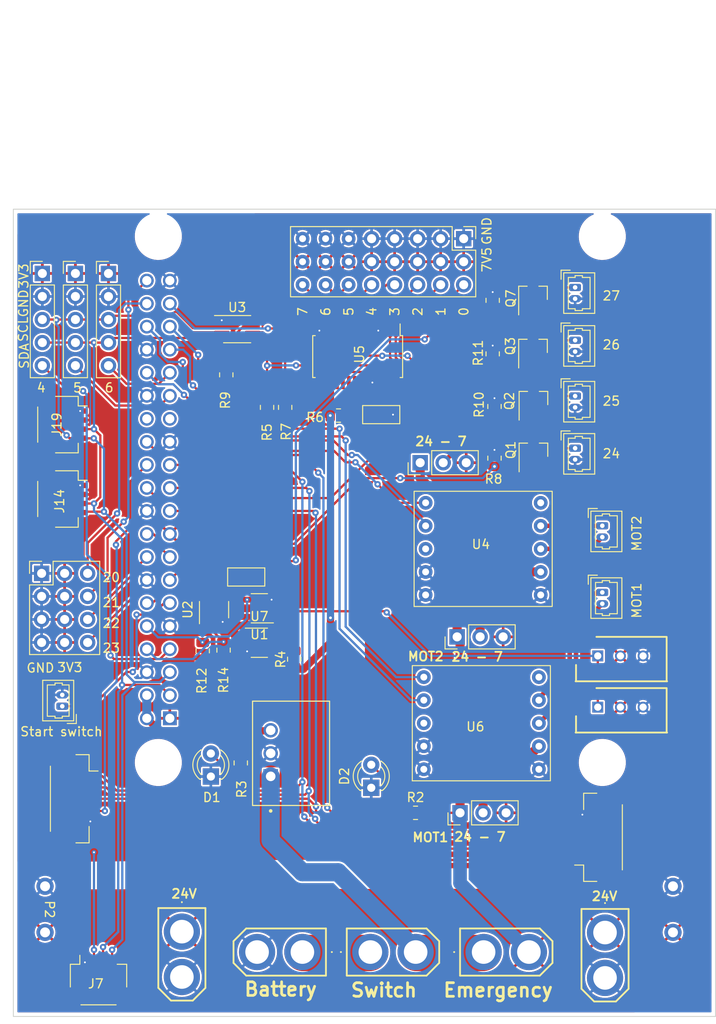
<source format=kicad_pcb>
(kicad_pcb (version 20221018) (generator pcbnew)
  (layers (0 "F.Cu" signal) (31 "B.Cu" signal) (34 "B.Paste" user) (35 "F.Paste" user) (36 "B.SilkS" user "B.Silkscreen") (37 "F.SilkS" user "F.Silkscreen") (38 "B.Mask" user) (39 "F.Mask" user) (44 "Edge.Cuts" user))
  (net 0 "")
  (net 1 "+5V")
  (net 2 "Net-(U5-LED0)")
  (net 3 "Net-(U5-LED1)")
  (net 4 "/SPI0 MOSI")
  (net 5 "/SPI0 MISO")
  (net 6 "/UART_TX")
  (net 7 "/GPIO 17")
  (net 8 "Net-(U5-LED2)")
  (net 9 "Net-(U5-LED3)")
  (net 10 "Net-(U5-LED4)")
  (net 11 "/GPIO 24")
  (net 12 "Net-(U5-LED5)")
  (net 13 "Net-(U5-LED6)")
  (net 14 "Net-(U5-LED7)")
  (net 15 "/GPIO 25")
  (net 16 "Net-(D2-A)")
  (net 17 "/GPIO 20")
  (net 18 "/GPIO 21")
  (net 19 "/GPIO 13")
  (net 20 "/GPIO 19")
  (net 21 "GND")
  (net 22 "/SPI0 CLK")
  (net 23 "+24V")
  (net 26 "/SPI0_CS0")
  (net 27 "/SPI0_CS1")
  (net 28 "+3.3V")
  (net 29 "/GPIO 27")
  (net 30 "/Servo DIR")
  (net 31 "Net-(J2-Pin_2)")
  (net 32 "Net-(J15-Pin_1)")
  (net 33 "Net-(D1-A)")
  (net 34 "Net-(J8-Pin_1)")
  (net 35 "Net-(J8-Pin_2)")
  (net 36 "Net-(J10-Pin_1)")
  (net 37 "/GPIO 22")
  (net 38 "/GPIO 23")
  (net 39 "/GPIO 4")
  (net 40 "/UART_HalfDuplex")
  (net 41 "/GPIO 5")
  (net 42 "/GPIO 6")
  (net 43 "/GPIO 12")
  (net 44 "/GPIO 26")
  (net 45 "/GPIO 16")
  (net 46 "Net-(J10-Pin_2)")
  (net 47 "/A0")
  (net 48 "Net-(J16-Pin_1)")
  (net 49 "Net-(J17-Pin_2)")
  (net 50 "Net-(J18-Pin_2)")
  (net 51 "/I2C SDA")
  (net 52 "/I2C SCL")
  (net 53 "Net-(U3-SDA2)")
  (net 54 "/UART_RX")
  (net 55 "+7.5V")
  (net 56 "Net-(U3-SCL2)")
  (net 57 "Net-(U3-EN)")
  (net 70 "VCCQ")
  (net 71 "Net-(J12-Pin_1)")
  (net 72 "Net-(J13-Pin_1)")
  (net 73 "/TX_EN")
  (net 74 "Net-(JP1-A)")
  (net 75 "Net-(JP2-A)")
  (net 76 "Net-(J2-Pin_1)")
  (footprint "MiAM:XT30UM" (layer "F.Cu") (at 121.4 139.9)
    (fp_text reference "J4" hide)
    (fp_text value "Conn_01x02_Male" hide)
  )
  (footprint "Connector_Molex:Molex_PicoBlade_53047-0210_1x02_P1.25mm_Vertical" (layer "F.Cu") (at 131.5 84.35 -90)
    (fp_text reference "J13" hide)
    (fp_text value "Conn_01x02_Male")
  )
  (footprint "MiAM:MODULE_RASPBERRY_PI_B+" (layer "F.Cu") (at 110 80 90)
    (fp_text reference "J1" hide)
    (fp_text value "PI40HAT")
  )
  (footprint "MiAM:XT30UM" (layer "F.Cu") (at 101.4 139.9 180)
    (fp_text reference "J3" hide)
    (fp_text value "Conn_01x02_Male" hide)
  )
  (footprint "MiAM:CONV_R-78Bxx-2.0" (layer "F.Cu") (at 97.9 120.53 90)
    (fp_text reference "P1" hide)
    (fp_text value "R-78Bxx-2.0" hide)
  )
  (footprint "Package_SO:TSSOP-28_4.4x9.7mm_P0.65mm" (layer "F.Cu") (at 107.5 74.25 -90)
    (fp_text reference "U5")
    (fp_text value "PCA9685PW")
  )
  (footprint "MiAM:Pin_Header_Straight_3x04_Pitch2.54mm" (layer "F.Cu") (at 72.62 98.15)
    (fp_text reference "C4" hide)
    (fp_text value "Conn_03x04")
  )
  (footprint "MiAM:PololuMAX14870" (layer "F.Cu") (at 113.73 101.8)
    (fp_text reference "U4")
    (fp_text value "Pololu_MAX14870")
  )
  (footprint "Resistor_SMD:R_0805_2012Metric" (layer "F.Cu") (at 105.3875 80.75 180)
    (fp_text reference "R6")
    (fp_text value "10k")
  )
  (footprint "Resistor_SMD:R_0805_2012Metric" (layer "F.Cu") (at 97.5 79.85 -90)
    (fp_text reference "R5")
    (fp_text value "5k")
  )
  (footprint "Package_TO_SOT_SMD:SOT-23-5_HandSoldering" (layer "F.Cu") (at 96.65 105.8)
    (fp_text reference "U7")
    (fp_text value "SN74AHCT1G126DBVR ")
  )
  (footprint "Connector_PinHeader_2.54mm:PinHeader_1x05_P2.54mm_Vertical" (layer "F.Cu") (at 80 65.09)
    (fp_text reference "J22" hide)
    (fp_text value "Conn_01x05")
  )
  (footprint "Connector_Molex:Molex_PicoBlade_53047-0210_1x02_P1.25mm_Vertical" (layer "F.Cu") (at 131.5 72.45 -90)
    (fp_text reference "J16" hide)
    (fp_text value "Conn_01x02_Male")
  )
  (footprint "MiAM:SHDR3W60P0X250_1X3_990X490X590P" (layer "F.Cu") (at 134 107.25 180)
    (fp_text reference "J9" hide)
    (fp_text value "22-03-5035" hide)
  )
  (footprint "Jumper:SolderJumper-3_P1.3mm_Bridged12_Pad1.0x1.5mm_NumberLabels" (layer "F.Cu") (at 110.1 80.65)
    (fp_text reference "JP2" hide)
    (fp_text value "SolderJumper_3_Bridged12")
  )
  (footprint "Resistor_SMD:R_0805_2012Metric" (layer "F.Cu") (at 94.6 119.05 90)
    (fp_text reference "R3")
    (fp_text value "R")
  )
  (footprint "Resistor_SMD:R_0805_2012Metric" (layer "F.Cu") (at 122.4 73.95 -90)
    (fp_text reference "R11")
    (fp_text value "10k")
  )
  (footprint "LED_THT:LED_D3.0mm" (layer "F.Cu") (at 109 121.79 90)
    (fp_text reference "D2")
    (fp_text value "LED")
  )
  (footprint "Resistor_SMD:R_0805_2012Metric" (layer "F.Cu") (at 122.6 79.75 -90)
    (fp_text reference "R10")
    (fp_text value "10k")
  )
  (footprint "Connector_Molex:Molex_PicoBlade_53047-0210_1x02_P1.25mm_Vertical" (layer "F.Cu") (at 131.5 78.6 -90)
    (fp_text reference "J15" hide)
    (fp_text value "Conn_01x02_Male")
  )
  (footprint "Connector_Molex:Molex_PicoBlade_53047-0210_1x02_P1.25mm_Vertical" (layer "F.Cu") (at 74.9 112.8 90)
    (fp_text reference "J24" hide)
    (fp_text value "Conn_01x02_Male")
  )
  (footprint "Connector_JST:JST_SH_SM04B-SRSS-TB_1x04-1MP_P1.00mm_Horizontal" (layer "F.Cu") (at 74.875 81.75 -90)
    (fp_text reference "J19")
    (fp_text value "Conn_01x04_Male")
  )
  (footprint "Package_TO_SOT_SMD:SOT-23-5_HandSoldering" (layer "F.Cu") (at 96.65 102 180)
    (fp_text reference "U1")
    (fp_text value "SN74LVC1G125DBVR ")
  )
  (footprint "Connector_JST:JST_SH_SM04B-SRSS-TB_1x04-1MP_P1.00mm_Horizontal" (layer "F.Cu") (at 78.9 143.034)
    (fp_text reference "J7")
    (fp_text value "Conn_01x04_Male")
  )
  (footprint "Connector_JST:JST_SH_SM04B-SRSS-TB_1x04-1MP_P1.00mm_Horizontal" (layer "F.Cu") (at 74.875 89.95 -90)
    (fp_text reference "J14")
    (fp_text value "Conn_01x04_Male")
  )
  (footprint "MiAM:XT30UM" (layer "F.Cu") (at 134.8 137.75 -90)
    (fp_text reference "J6" hide)
    (fp_text value "Conn_01x02_Male" hide)
  )
  (footprint "Package_TO_SOT_SMD:SOT-23-5_HandSoldering" (layer "F.Cu") (at 91.65 102.15 90)
    (fp_text reference "U2")
    (fp_text value "SN74LVC1G04DBVR ")
  )
  (footprint "MiAM:XT30UM" (layer "F.Cu") (at 108.9 139.9)
    (fp_text reference "J2" hide)
    (fp_text value "Conn_01x02_Male" hide)
  )
  (footprint "Package_TO_SOT_SMD:SOT-23_Handsoldering" (layer "F.Cu") (at 126.9 84.55 90)
    (fp_text reference "Q1")
    (fp_text value "NVTR4503NT1G")
  )
  (footprint "MiAM:XT30UM" (layer "F.Cu") (at 88.1 137.65 -90)
    (fp_text reference "J5" hide)
    (fp_text value "Conn_01x02_Male" hide)
  )
  (footprint "Package_TO_SOT_SMD:SOT-23_Handsoldering" (layer "F.Cu") (at 126.9 78.85 90)
    (fp_text reference "Q2")
    (fp_text value "NVTR4503NT1G")
  )
  (footprint "Connector_JST:JST_GH_SM05B-GHS-TB_1x05-1MP_P1.25mm_Horizontal" (layer "F.Cu") (at 134.15 127.25 90)
    (fp_text reference "SPI2" hide)
    (fp_text value "JST_ZH5")
  )
  (footprint "Resistor_SMD:R_0805_2012Metric" (layer "F.Cu") (at 93 76.2625 -90)
    (fp_text reference "R9")
    (fp_text value "200k")
  )
  (footprint "Connector_Molex:Molex_PicoBlade_53047-0210_1x02_P1.25mm_Vertical" (layer "F.Cu") (at 131.5 66.625 -90)
    (fp_text reference "J12" hide)
    (fp_text value "Conn_01x02_Male")
  )
  (footprint "Connector_PinHeader_2.54mm:PinHeader_1x05_P2.54mm_Vertical" (layer "F.Cu") (at 72.7 65.085)
    (fp_text reference "J20" hide)
    (fp_text value "Conn_01x05")
  )
  (footprint "Connector_PinHeader_2.54mm:PinHeader_1x05_P2.54mm_Vertical" (layer "F.Cu") (at 76.35 65.085)
    (fp_text reference "J21" hide)
    (fp_text value "Conn_01x05")
  )
  (footprint "Connector_Molex:Molex_PicoBlade_53047-0210_1x02_P1.25mm_Vertical" (layer "F.Cu") (at 134.5 92.9 -90)
    (fp_text reference "J10" hide)
    (fp_text value "Conn_01x02_Male")
  )
  (footprint "Connector_PinHeader_2.54mm:PinHeader_1x03_P2.54mm_Vertical" (layer "F.Cu") (at 114.4 85.95 90)
    (fp_text reference "J11" hide)
    (fp_text value "Conn_01x03_Male")
  )
  (footprint "Connector_Molex:Molex_PicoBlade_53047-0210_1x02_P1.25mm_Vertical" (layer "F.Cu") (at 134.5 100.25 -90)
    (fp_text reference "J8" hide)
    (fp_text value "Conn_01x02_Male")
  )
  (footprint "Connector_PinHeader_2.54mm:PinHeader_1x03_P2.54mm_Vertical" (layer "F.Cu") (at 118.475 105.15 90)
    (fp_text reference "J18" hide)
    (fp_text value "Conn_01x03_Male")
  )
  (footprint "Connector_PinHeader_2.54mm:PinHeader_1x03_P2.54mm_Vertical" (layer "F.Cu") (at 118.8 124.55 90)
    (fp_text reference "J17" hide)
    (fp_text value "Conn_01x03_Male")
  )
  (footprint "Connector_JST:JST_GH_SM05B-GHS-TB_1x05-1MP_P1.25mm_Horizontal" (layer "F.Cu") (at 76.15 123 -90)
    (fp_text reference "SPI0" hide)
    (fp_text value "JST_ZH5")
  )
  (footprint "Resistor_SMD:R_0805_2012Metric" (layer "F.Cu") (at 99.5 79.85 -90)
    (fp_text reference "R7")
    (fp_text value "5k")
  )
  (footprint "Resistor_SMD:R_0805_2012Metric" (layer "F.Cu") (at 92.7 106.6125 -90)
    (fp_text reference "R14")
    (fp_text value "10k")
  )
  (footprint "Resistor_SMD:R_0805_2012Metric" (layer "F.Cu") (at 100.5 107.6125 -90)
    (fp_text reference "R4")
    (fp_text value "10k")
  )
  (footprint "Resistor_SMD:R_0805_2012Metric" (layer "F.Cu") (at 122.4 68.05 -90)
    (fp_text reference "R1" hide)
    (fp_text value "10k")
  )
  (footprint "Package_TO_SOT_SMD:SOT-23_Handsoldering" (layer "F.Cu") (at 126.85 67.25 90)
    (fp_text reference "Q7")
    (fp_text value "NVTR4503NT1G")
  )
  (footprint "LED_THT:LED_D3.0mm" (layer "F.Cu") (at 91.3 120.55 90)
    (fp_text reference "D1")
    (fp_text value "LED")
  )
  (footprint "Package_TO_SOT_SMD:SOT-23_Handsoldering" (layer "F.Cu") (at 126.85 73.1 90)
    (fp_text reference "Q3")
    (fp_text value "NVTR4503NT1G")
  )
  (footprint "Jumper:SolderJumper-3_P1.3mm_Bridged12_Pad1.0x1.5mm_NumberLabels" (layer "F.Cu") (at 95.2 98.55)
    (fp_text reference "JP1" hide)
    (fp_text value "SolderJumper_3_Bridged12")
  )
  (footprint "Package_SO:SSOP-8_2.95x2.8mm_P0.65mm" (layer "F.Cu") (at 94.2 71.225)
    (fp_text reference "U3")
    (fp_text value "PCA9306D")
  )
  (footprint "Resistor_SMD:R_0805_2012Metric" (layer "F.Cu") (at 122.6 85.45 -90)
    (fp_text reference "R8")
    (fp_text value "10k")
  )
  (footprint "MiAM:PololuMAX14870" (layer "F.Cu") (at 113.53 121.02)
    (fp_text reference "U6")
    (fp_text value "Pololu_MAX14870")
  )
  (footprint "Resistor_SMD:R_0805_2012Metric" (layer "F.Cu") (at 90.4 106.6875 -90)
    (fp_text reference "R12")
    (fp_text value "10k")
  )
  (footprint "Resistor_SMD:R_0805_2012Metric" (layer "F.Cu") (at 113.8875 124.55)
    (fp_text reference "R2")
    (fp_text value "R")
  )
  (footprint "MiAM:Pin_Header_Straight_3x08_Pitch2.54mm" (layer "F.Cu") (at 119.2 61.25 -90)
    (fp_text reference "C3" hide)
    (fp_text value "Conn_03x08")
  )
  (footprint "MiAM:SHDR3W60P0X250_1X3_990X490X590P" (layer "F.Cu") (at 134 112.9 180)
    (fp_text reference "J23" hide)
    (fp_text value "22-03-5035" hide)
  )
  (footprint "MiAM:StepDown10A" (layer "B.Cu") (at 73 135.19 90)
    (fp_text reference "P2")
    (fp_text value "Amazon 10A stepdown")
  )
  (gr_rect (start 69.5 58) (end 147 147) (stroke (width 0.1)) (fill none) (layer "Edge.Cuts"))
  (gr_text "6" (at 79.5 77.6888) (layer "F.SilkS") (effects (font (size 1 1)) (justify left)))
  (gr_text "7V5" (at 121.755 63.5725 90) (layer "F.SilkS") (effects (font (size 1 1))))
  (gr_text "4" (at 72 77.6888) (layer "F.SilkS") (effects (font (size 1 1)) (justify left)))
  (gr_text "3V3" (at 75.7394 108.5252) (layer "F.SilkS") (effects (font (size 1 1))))
  (gr_text "3V3" (at 70.6492 66.8496 90) (layer "F.SilkS") (effects (font (size 1 1)) (justify left)))
  (gr_text "6" (at 103.975 69.2875 90) (layer "F.SilkS") (effects (font (size 1 1))))
  (gr_text "5" (at 106.515 69.2875 90) (layer "F.SilkS") (effects (font (size 1 1))))
  (gr_text "Start switch" (at 74.8 115.6) (layer "F.SilkS") (effects (font (size 1 1))))
  (gr_text "4" (at 109.055 69.2875 90) (layer "F.SilkS") (effects (font (size 1 1))))
  (gr_text "SCL" (at 70.5984 72.717 90) (layer "F.SilkS") (effects (font (size 1 1)) (justify left)))
  (gr_text "23" (at 80.3114 106.3916) (layer "F.SilkS") (effects (font (size 1 1))))
  (gr_text "Battery" (at 99 144) (layer "F.SilkS") (effects (font (size 1.5 1.5) (thickness 0.3))))
  (gr_text "25" (at 135.5 79.15) (layer "F.SilkS") (effects (font (size 1 1))))
  (gr_text "SDA" (at 70.7 75.6888 90) (layer "F.SilkS") (effects (font (size 1 1)) (justify left)))
  (gr_text "24 - 7" (at 121 127.2) (layer "F.SilkS") (effects (font (size 1 1) (thickness 0.2) bold)))
  (gr_text "24 - 7" (at 116.7 83.6) (layer "F.SilkS") (effects (font (size 1 1) (thickness 0.2) bold)))
  (gr_text "MOT1" (at 138.3 101.15 90) (layer "F.SilkS") (effects (font (size 1 1))))
  (gr_text "24" (at 135.5 84.95) (layer "F.SilkS") (effects (font (size 1 1))))
  (gr_text "20" (at 80.3114 98.5938) (layer "F.SilkS") (effects (font (size 1 1))))
  (gr_text "Switch" (at 110.4 144.1) (layer "F.SilkS") (effects (font (size 1.5 1.5) (thickness 0.3))))
  (gr_text "27" (at 135.5 67.55) (layer "F.SilkS") (effects (font (size 1 1))))
  (gr_text "24V" (at 88.349 133.477) (layer "F.SilkS") (effects (font (size 1 1) (thickness 0.2) bold)))
  (gr_text "MOT1" (at 115.527 127.254) (layer "F.SilkS") (effects (font (size 1 1) (thickness 0.2) bold)))
  (gr_text "21" (at 80.3114 101.3624) (layer "F.SilkS") (effects (font (size 1 1))))
  (gr_text "1" (at 116.675 69.2875 90) (layer "F.SilkS") (effects (font (size 1 1))))
  (gr_text "5" (at 76 77.6888) (layer "F.SilkS") (effects (font (size 1 1)) (justify left)))
  (gr_text "MOT2" (at 138.3 93.75 90) (layer "F.SilkS") (effects (font (size 1 1))))
  (gr_text "22" (at 80.3114 103.6484) (layer "F.SilkS") (effects (font (size 1 1))))
  (gr_text "3" (at 111.595 69.2875 90) (layer "F.SilkS") (effects (font (size 1 1))))
  (gr_text "GND" (at 72.4882 108.576) (layer "F.SilkS") (effects (font (size 1 1))))
  (gr_text "2" (at 114.135 69.2875 90) (layer "F.SilkS") (effects (font (size 1 1))))
  (gr_text "0" (at 119.215 69.2875 90) (layer "F.SilkS") (effects (font (size 1 1))))
  (gr_text "24 - 7" (at 120.7 107.35) (layer "F.SilkS") (effects (font (size 1 1) (thickness 0.2) bold)))
  (gr_text "24V" (at 134.75 133.75) (layer "F.SilkS") (effects (font (size 1 1) (thickness 0.2) bold)))
  (gr_text "MOT2" (at 115.019 107.315) (layer "F.SilkS") (effects (font (size 1 1) (thickness 0.2) bold)))
  (gr_text "Emergency" (at 123 144.1) (layer "F.SilkS") (effects (font (size 1.5 1.5) (thickness 0.3))))
  (gr_text "GND" (at 121.755 60.3975 90) (layer "F.SilkS") (effects (font (size 1 1))))
  (gr_text "26" (at 135.5 72.95) (layer "F.SilkS") (effects (font (size 1 1))))
  (gr_text "GND" (at 70.6238 69.9992 90) (layer "F.SilkS") (effects (font (size 1 1)) (justify left)))
  (gr_text "7" (at 101.435 69.2875 90) (layer "F.SilkS") (effects (font (size 1 1))))
  (segment (start 110.626041 78.9) (end 106.325 78.9) (width 0.25) (layer "F.Cu") (net 1))
  (segment (start 94.6 118.1375) (end 94.6 115.61) (width 0.25) (layer "F.Cu") (net 1))
  (segment (start 99.15 108.7125) (end 98.25 109.6125) (width 0.8) (layer "F.Cu") (net 1))
  (segment (start 97.8125 108.7125) (end 96.895 107.795) (width 0.25) (layer "F.Cu") (net 1))
  (segment (start 100.0875 108.7125) (end 97.8125 108.7125) (width 0.25) (layer "F.Cu") (net 1))
  (segment (start 111.725 77.1125) (end 111.725 77.801041) (width 0.25) (layer "F.Cu") (net 1))
  (segment (start 97.75125 115.51) (end 95.5 115.51) (width 0.8) (layer "F.Cu") (net 1))
  (segment (start 111.725 77.1125) (end 111.725 75.011396) (width 0.25) (layer "F.Cu") (net 1))
  (segment (start 101.5375 108.7125) (end 104.5 105.75) (width 0.8) (layer "F.Cu") (net 1))
  (segment (start 96.895 107.795) (end 96.895 105.005) (width 0.25) (layer "F.Cu") (net 1))
  (segment (start 94.5 115.51) (end 95.5 115.51) (width 0.8) (layer "F.Cu") (net 1))
  (segment (start 98.2375 109.6125) (end 95.5 112.35) (width 0.8) (layer "F.Cu") (net 1))
  (segment (start 100.0875 108.7125) (end 99.15 108.7125) (width 0.8) (layer "F.Cu") (net 1))
  (segment (start 111.075 74.361396) (end 111.075 71.3875) (width 0.25) (layer "F.Cu") (net 1))
  (segment (start 84.23 114.13) (end 85.61 115.51) (width 0.8) (layer "F.Cu") (net 1))
  (segment (start 98.25 109.6125) (end 98.2375 109.6125) (width 0.8) (layer "F.Cu") (net 1))
  (segment (start 94.6 115.61) (end 94.5 115.51) (width 0.25) (layer "F.Cu") (net 1))
  (segment (start 111.725 75.011396) (end 111.075 74.361396) (width 0.25) (layer "F.Cu") (net 1))
  (segment (start 96.575 80.75) (end 93 77.175) (width 0.5) (layer "F.Cu") (net 1))
  (segment (start 104.5 105.75) (end 104.5 103.05) (width 0.8) (layer "F.Cu") (net 1))
  (segment (start 111.725 77.801041) (end 110.626041 78.9) (width 0.25) (layer "F.Cu") (net 1))
  (segment (start 97.05 104.85) (end 98 104.85) (width 0.25) (layer "F.Cu") (net 1))
  (segment (start 104.475 80.75) (end 96.575 80.75) (width 0.5) (layer "F.Cu") (net 1))
  (segment (start 95.5 112.35) (end 95.5 115.51) (width 0.8) (layer "F.Cu") (net 1))
  (segment (start 100.9125 108.7125) (end 101.5375 108.7125) (width 0.8) (layer "F.Cu") (net 1))
  (segment (start 96.895 105.005) (end 97.05 104.85) (width 0.25) (layer "F.Cu") (net 1))
  (segment (start 106.325 78.9) (end 104.475 80.75) (width 0.25) (layer "F.Cu") (net 1))
  (segment (start 85.61 115.51) (end 94.5 115.51) (width 0.8) (layer "F.Cu") (net 1))
  (via (at 104.475 80.75) (size 0.7) (drill 0.3) (layers "F.Cu" "B.Cu") (net 1))
  (via (at 104.5 103.05) (size 0.7) (drill 0.3) (layers "F.Cu" "B.Cu") (net 1))
  (segment (start 104.5 80.775) (end 104.5 103.05) (width 0.8) (layer "B.Cu") (net 1))
  (segment (start 104.475 80.75) (end 104.5 80.775) (width 0.8) (layer "B.Cu") (net 1))
  (segment (start 84.23 111.59) (end 84.23 114.13) (width 1) (layer "B.Cu") (net 1))
  (segment (start 108.475 71.3875) (end 108.475 70.525) (width 0.25) (layer "F.Cu") (net 2))
  (segment (start 108.475 70.525) (end 109.85 69.15) (width 0.25) (layer "F.Cu") (net 2))
  (segment (start 109.85 69.15) (end 116.38 69.15) (width 0.25) (layer "F.Cu") (net 2))
  (segment (start 116.38 69.15) (end 119.2 66.33) (width 0.25) (layer "F.Cu") (net 2))
  (segment (start 114.99 68) (end 116.66 66.33) (width 0.25) (layer "F.Cu") (net 3))
  (segment (start 107.825 71.3875) (end 107.825 70.479493) (width 0.25) (layer "F.Cu") (net 3))
  (segment (start 107.825 70.479493) (end 110.304493 68) (width 0.25) (layer "F.Cu") (net 3))
  (segment (start 110.304493 68) (end 114.99 68) (width 0.25) (layer "F.Cu") (net 3))
  (segment (start 102.645675 91.27) (end 86.77 91.27) (width 0.25) (layer "F.Cu") (net 4))
  (segment (start 105.8 127.25) (end 132.3 127.25) (width 0.25) (layer "F.Cu") (net 4))
  (segment (start 102.9 123.85) (end 102.9 124.35) (width 0.25) (layer "F.Cu") (net 4))
  (segment (start 102.05 123) (end 78 123) (width 0.25) (layer "F.Cu") (net 4))
  (segment (start 102.8495 91.473825) (end 102.645675 91.27) (width 0.25) (layer "F.Cu") (net 4))
  (segment (start 102.9 124.35) (end 105.8 127.25) (width 0.25) (layer "F.Cu") (net 4))
  (segment (start 102.9 123.85) (end 102.05 123) (width 0.25) (layer "F.Cu") (net 4))
  (via (at 102.8495 91.473825) (size 0.7) (drill 0.3) (layers "F.Cu" "B.Cu") (net 4))
  (via (at 102.9 123.85) (size 0.7) (drill 0.3) (layers "F.Cu" "B.Cu") (net 4))
  (segment (start 102.9 91.524325) (end 102.9 123.85) (width 0.25) (layer "B.Cu") (net 4))
  (segment (start 102.8495 91.473825) (end 102.9 91.524325) (width 0.25) (layer "B.Cu") (net 4))
  (segment (start 102.807666 125.357666) (end 105.95 128.5) (width 0.25) (layer "F.Cu") (net 5))
  (segment (start 101.7 122.55) (end 80.55 122.55) (width 0.25) (layer "F.Cu") (net 5))
  (segment (start 101.83 88.73) (end 86.77 88.73) (width 0.25) (layer "F.Cu") (net 5))
  (segment (start 102.175 89.075) (end 101.83 88.73) (width 0.25) (layer "F.Cu") (net 5))
  (segment (start 102.807666 125.211554) (end 102.807666 125.357666) (width 0.25) (layer "F.Cu") (net 5))
  (segment (start 80.55 122.55) (end 79.75 121.75) (width 0.25) (layer "F.Cu") (net 5))
  (segment (start 102.1 122.15) (end 101.7 122.55) (width 0.25) (layer "F.Cu") (net 5))
  (segment (start 105.95 128.5) (end 132.3 128.5) (width 0.25) (layer "F.Cu") (net 5))
  (segment (start 79.75 121.75) (end 78 121.75) (width 0.25) (layer "F.Cu") (net 5))
  (via (at 102.1 122.15) (size 0.7) (drill 0.3) (layers "F.Cu" "B.Cu") (net 5))
  (via (at 102.175 89.075) (size 0.7) (drill 0.3) (layers "F.Cu" "B.Cu") (net 5))
  (via (at 102.807666 125.211554) (size 0.7) (drill 0.3) (layers "F.Cu" "B.Cu") (net 5))
  (segment (start 102.807666 125.211554) (end 102.1 124.503888) (width 0.25) (layer "B.Cu") (net 5))
  (segment (start 102.1 124.503888) (end 102.1 122.15) (width 0.25) (layer "B.Cu") (net 5))
  (segment (start 102.175 89.075) (end 102.175 122.075) (width 0.25) (layer "B.Cu") (net 5))
  (segment (start 102.175 122.075) (end 102.1 122.15) (width 0.25) (layer "B.Cu") (net 5))
  (segment (start 92.975 105.8) (end 95.3 105.8) (width 0.25) (layer "F.Cu") (net 6))
  (segment (start 91.65 103.5) (end 91.65 104.65) (width 0.25) (layer "F.Cu") (net 6))
  (segment (start 92.8875 105.8875) (end 92.975 105.8) (width 0.25) (layer "F.Cu") (net 6))
  (segment (start 91.65 104.65) (end 92.7 105.7) (width 0.25) (layer "F.Cu") (net 6))
  (via (at 92.7 105.7) (size 0.5) (drill 0.2) (layers "F.Cu" "B.Cu") (net 6))
  (segment (start 92.7 105.7) (end 91.225 105.7) (width 0.25) (layer "B.Cu") (net 6))
  (segment (start 91.225 105.7) (end 89.328 107.597) (width 0.25) (layer "B.Cu") (net 6))
  (segment (start 85.317 107.597) (end 84.23 106.51) (width 0.25) (layer "B.Cu") (net 6))
  (segment (start 89.328 107.597) (end 85.317 107.597) (width 0.25) (layer "B.Cu") (net 6))
  (segment (start 82.676944 109.023056) (end 81.972349 109.023056) (width 0.25) (layer "F.Cu") (net 7))
  (segment (start 81.972349 109.023056) (end 80.825 110.170405) (width 0.25) (layer "F.Cu") (net 7))
  (segment (start 80.825 110.170405) (end 80.825 110.175) (width 0.25) (layer "F.Cu") (net 7))
  (segment (start 84.863604 102.7) (end 83.1 102.7) (width 0.25) (layer "F.Cu") (net 7))
  (segment (start 80.825 110.175) (end 78.2 112.8) (width 0.25) (layer "F.Cu") (net 7))
  (segment (start 86.77 101.43) (end 86.133604 101.43) (width 0.25) (layer "F.Cu") (net 7))
  (segment (start 78.2 112.8) (end 74.9 112.8) (width 0.25) (layer "F.Cu") (net 7))
  (segment (start 86.133604 101.43) (end 84.863604 102.7) (width 0.25) (layer "F.Cu") (net 7))
  (via (at 82.676944 109.023056) (size 0.7) (drill 0.3) (layers "F.Cu" "B.Cu") (net 7))
  (via (at 83.1 102.7) (size 0.7) (drill 0.3) (layers "F.Cu" "B.Cu") (net 7))
  (segment (start 83.1 108.6) (end 83.1 102.7) (width 0.25) (layer "B.Cu") (net 7))
  (segment (start 82.676944 109.023056) (end 83.1 108.6) (width 0.25) (layer "B.Cu") (net 7))
  (segment (start 107.175 70.493097) (end 110.118097 67.55) (width 0.25) (layer "F.Cu") (net 8))
  (segment (start 107.175 71.3875) (end 107.175 70.493097) (width 0.25) (layer "F.Cu") (net 8))
  (segment (start 112.9 67.55) (end 114.12 66.33) (width 0.25) (layer "F.Cu") (net 8))
  (segment (start 110.118097 67.55) (end 112.9 67.55) (width 0.25) (layer "F.Cu") (net 8))
  (segment (start 106.525 70.506701) (end 110.701701 66.33) (width 0.25) (layer "F.Cu") (net 9))
  (segment (start 106.525 71.3875) (end 106.525 70.506701) (width 0.25) (layer "F.Cu") (net 9))
  (segment (start 110.701701 66.33) (end 111.58 66.33) (width 0.25) (layer "F.Cu") (net 9))
  (segment (start 105.875 71.3875) (end 105.875 69.495) (width 0.25) (layer "F.Cu") (net 10))
  (segment (start 105.875 69.495) (end 109.04 66.33) (width 0.25) (layer "F.Cu") (net 10))
  (segment (start 107.75 87.65) (end 100.503 94.897) (width 0.25) (layer "F.Cu") (net 11))
  (segment (start 100.503 94.897) (end 86.047 94.897) (width 0.25) (layer "F.Cu") (net 11))
  (segment (start 125.95 86.05) (end 125.65 86.35) (width 0.25) (layer "F.Cu") (net 11))
  (segment (start 84.96 93.81) (end 84.23 93.81) (width 0.25) (layer "F.Cu") (net 11))
  (segment (start 86.047 94.897) (end 84.96 93.81) (width 0.25) (layer "F.Cu") (net 11))
  (segment (start 112.2 87.65) (end 107.75 87.65) (width 0.25) (layer "F.Cu") (net 11))
  (segment (start 125.65 86.35) (end 122.6125 86.35) (width 0.25) (layer "F.Cu") (net 11))
  (via (at 112.2 87.65) (size 0.7) (drill 0.3) (layers "F.Cu" "B.Cu") (net 11))
  (via (at 122.6 86.3625) (size 0.7) (drill 0.3) (layers "F.Cu" "B.Cu") (net 11))
  (segment (start 122.6 86.3625) (end 121.3125 87.65) (width 0.25) (layer "B.Cu") (net 11))
  (segment (start 121.3125 87.65) (end 112.2 87.65) (width 0.25) (layer "B.Cu") (net 11))
  (segment (start 105.225 67.605) (end 105.225 71.3875) (width 0.25) (layer "F.Cu") (net 12))
  (segment (start 106.5 66.33) (end 105.225 67.605) (width 0.25) (layer "F.Cu") (net 12))
  (segment (start 104.575 66.945) (end 104.575 71.3875) (width 0.25) (layer "F.Cu") (net 13))
  (segment (start 103.96 66.33) (end 104.575 66.945) (width 0.25) (layer "F.Cu") (net 13))
  (segment (start 101.42 66.33) (end 103.925 68.835) (width 0.25) (layer "F.Cu") (net 14))
  (segment (start 103.925 68.835) (end 103.925 71.3875) (width 0.25) (layer "F.Cu") (net 14))
  (segment (start 122.6 80.6625) (end 120.5125 82.75) (width 0.25) (layer "F.Cu") (net 15))
  (segment (start 120.5125 82.75) (end 111.6 82.75) (width 0.25) (layer "F.Cu") (net 15))
  (segment (start 104.5 89.85) (end 85.35 89.85) (width 0.25) (layer "F.Cu") (net 15))
  (segment (start 122.9125 80.35) (end 125.95 80.35) (width 0.25) (layer "F.Cu") (net 15))
  (segment (start 111.6 82.75) (end 104.5 89.85) (width 0.25) (layer "F.Cu") (net 15))
  (segment (start 85.35 89.85) (end 84.23 88.73) (width 0.25) (layer "F.Cu") (net 15))
  (segment (start 109 119.25) (end 112.975 123.225) (width 0.25) (layer "F.Cu") (net 16))
  (segment (start 112.975 123.225) (end 112.975 124.7375) (width 0.25) (layer "F.Cu") (net 16))
  (segment (start 77.7 94.801) (end 80.951 91.55) (width 0.25) (layer "F.Cu") (net 17))
  (segment (start 77.7 98.15) (end 77.7 94.801) (width 0.25) (layer "F.Cu") (net 17))
  (via (at 80.951 91.55) (size 0.7) (drill 0.3) (layers "F.Cu" "B.Cu") (net 17))
  (segment (start 81.9 68.4) (end 81.175 69.125) (width 0.25) (layer "B.Cu") (net 17))
  (segment (start 81.175 91.326) (end 80.951 91.55) (width 0.25) (layer "B.Cu") (net 17))
  (segment (start 81.175 69.125) (end 81.175 91.326) (width 0.25) (layer "B.Cu") (net 17))
  (segment (start 84.22 68.4) (end 81.9 68.4) (width 0.25) (layer "B.Cu") (net 17))
  (segment (start 79.900048 94.224647) (end 81.674695 92.45) (width 0.25) (layer "F.Cu") (net 18))
  (segment (start 81.674695 92.45) (end 81.6755 92.45) (width 0.25) (layer "F.Cu") (net 18))
  (segment (start 82.2 69.0755) (end 82.2 67.9) (width 0.25) (layer "F.Cu") (net 18))
  (segment (start 82.2 67.9) (end 84.23 65.87) (width 0.25) (layer "F.Cu") (net 18))
  (segment (start 79.900048 98.489952) (end 79.900048 94.224647) (width 0.25) (layer "F.Cu") (net 18))
  (segment (start 77.7 100.69) (end 79.900048 98.489952) (width 0.25) (layer "F.Cu") (net 18))
  (via (at 81.6755 92.45) (size 0.7) (drill 0.3) (layers "F.Cu" "B.Cu") (net 18))
  (via (at 82.2 69.0755) (size 0.7) (drill 0.3) (layers "F.Cu" "B.Cu") (net 18))
  (segment (start 82.2 69.0755) (end 82.2 91.9255) (width 0.25) (layer "B.Cu") (net 18))
  (segment (start 82.2 91.9255) (end 81.6755 92.45) (width 0.25) (layer "B.Cu") (net 18))
  (segment (start 105.7245 83.05) (end 94.95 83.05) (width 0.25) (layer "F.Cu") (net 19))
  (segment (start 94.95 83.05) (end 89.328951 77.428951) (width 0.25) (layer "F.Cu") (net 19))
  (segment (start 89.328951 77.428951) (end 89.328951 77.421049) (width 0.25) (layer "F.Cu") (net 19))
  (segment (start 106.1745 83.5) (end 105.7245 83.05) (width 0.25) (layer "F.Cu") (net 19))
  (via (at 106.1745 83.5) (size 0.7) (drill 0.3) (layers "F.Cu" "B.Cu") (net 19))
  (via (at 89.328951 77.421049) (size 0.7) (drill 0.3) (layers "F.Cu" "B.Cu") (net 19))
  (segment (start 111.74 109.59) (end 114.8 109.59) (width 0.25) (layer "B.Cu") (net 19))
  (segment (start 89.328951 77.421049) (end 89 77.092098) (width 0.25) (layer "B.Cu") (net 19))
  (segment (start 88.24 73.49) (end 86.77 73.49) (width 0.25) (layer "B.Cu") (net 19))
  (segment (start 106.175 104.025) (end 111.74 109.59) (width 0.25) (layer "B.Cu") (net 19))
  (segment (start 106.1745 83.5) (end 106.175 83.5005) (width 0.25) (layer "B.Cu") (net 19))
  (segment (start 106.175 83.5005) (end 106.175 104.025) (width 0.25) (layer "B.Cu") (net 19))
  (segment (start 89 74.25) (end 88.24 73.49) (width 0.25) (layer "B.Cu") (net 19))
  (segment (start 89 77.092098) (end 89 74.25) (width 0.25) (layer "B.Cu") (net 19))
  (segment (start 95.1295 82.197) (end 89.9 76.9675) (width 0.25) (layer "F.Cu") (net 20))
  (segment (start 89.9 76.9675) (end 89.9 74.05) (width 0.25) (layer "F.Cu") (net 20))
  (segment (start 105.5 82.2) (end 105.497 82.197) (width 0.25) (layer "F.Cu") (net 20))
  (segment (start 105.497 82.197) (end 95.1295 82.197) (width 0.25) (layer "F.Cu") (net 20))
  (via (at 105.5 82.2) (size 0.7) (drill 0.3) (layers "F.Cu" "B.Cu") (net 20))
  (via (at 89.9 74.05) (size 0.7) (drill 0.3) (layers "F.Cu" "B.Cu") (net 20))
  (segment (start 105.5 82.2) (end 105.5 104.25) (width 0.25) (layer "B.Cu") (net 20))
  (segment (start 113.38 112.13) (end 114.8 112.13) (width 0.25) (layer "B.Cu") (net 20))
  (segment (start 89.9 74.05) (end 89.87 74.05) (width 0.25) (layer "B.Cu") (net 20))
  (segment (start 89.87 74.05) (end 86.77 70.95) (width 0.25) (layer "B.Cu") (net 20))
  (segment (start 105.5 104.25) (end 113.38 112.13) (width 0.25) (layer "B.Cu") (net 20))
  (segment (start 109.125 71.3875) (end 109.775 71.3875) (width 0.25) (layer "F.Cu") (net 21))
  (segment (start 109.775 71.3875) (end 110.388 71.3875) (width 0.25) (layer "F.Cu") (net 21))
  (segment (start 109.775 77.1125) (end 109.125 77.1125) (width 0.25) (layer "F.Cu") (net 21))
  (segment (start 108.475 77.1125) (end 109.125 77.1125) (width 0.25) (layer "F.Cu") (net 21))
  (via (at 77.4 141.034) (size 0.5) (drill 0.2) (layers "F.Cu" "B.Cu") (net 21))
  (via (at 109.125 77.1125) (size 0.5) (drill 0.2) (layers "F.Cu" "B.Cu") (net 21))
  (via (at 111.4 80.65) (size 0.5) (drill 0.2) (layers "F.Cu" "B.Cu") (net 21))
  (via (at 92.6 103.5) (size 0.5) (drill 0.2) (layers "F.Cu" "B.Cu") (net 21))
  (via (at 109.775 71.3875) (size 0.5) (drill 0.2) (layers "F.Cu" "B.Cu") (net 21))
  (via (at 98 101.05) (size 0.5) (drill 0.2) (layers "F.Cu" "B.Cu") (net 21))
  (via (at 76.875 80.25) (size 0.5) (drill 0.2) (layers "F.Cu" "B.Cu") (net 21))
  (via (at 103.275 71.3875) (size 0.5) (drill 0.2) (layers "F.Cu" "B.Cu") (net 21))
  (via (at 95.3 106.75) (size 0.5) (drill 0.2) (layers "F.Cu" "B.Cu") (net 21))
  (via (at 132.3 124.75) (size 0.5) (drill 0.2) (layers "F.Cu" "B.Cu") (net 21))
  (via (at 92.5 70.25) (size 0.5) (drill 0.2) (layers "F.Cu" "B.Cu") (net 21))
  (via (at 76.875 88.45) (size 0.5) (drill 0.2) (layers "F.Cu" "B.Cu") (net 21))
  (via (at 78 125.5) (size 0.5) (drill 0.2) (layers "F.Cu" "B.Cu") (net 21))
  (via (at 122.4 67.1375) (size 0.5) (drill 0.2) (layers "F.Cu" "B.Cu") (net 21))
  (via (at 122.6 78.8375) (size 0.5) (drill 0.2) (layers "F.Cu" "B.Cu") (net 21))
  (via (at 122.4 73.0375) (size 0.5) (drill 0.2) (layers "F.Cu" "B.Cu") (net 21))
  (via (at 122.6 84.5375) (size 0.5) (drill 0.2) (layers "F.Cu" "B.Cu") (net 21))
  (segment (start 99.5345 86.19) (end 86.77 86.19) (width 0.25) (layer "F.Cu") (net 22))
  (segment (start 101.618398 125.018398) (end 106.35 129.75) (width 0.25) (layer "F.Cu") (net 22))
  (segment (start 80.9 122.1) (end 79.3 120.5) (width 0.25) (layer "F.Cu") (net 22))
  (segment (start 101.4 121.15) (end 100.45 122.1) (width 0.25) (layer "F.Cu") (net 22))
  (segment (start 101.4 88.0555) (end 99.5345 86.19) (width 0.25) (layer "F.Cu") (net 22))
  (segment (start 79.3 120.5) (end 78 120.5) (width 0.25) (layer "F.Cu") (net 22))
  (segment (start 101.618398 124.976128) (end 101.618398 125.018398) (width 0.25) (layer "F.Cu") (net 22))
  (segment (start 106.35 129.75) (end 132.3 129.75) (width 0.25) (layer "F.Cu") (net 22))
  (segment (start 100.45 122.1) (end 80.9 122.1) (width 0.25) (layer "F.Cu") (net 22))
  (via (at 101.4 88.0555) (size 0.7) (drill 0.3) (layers "F.Cu" "B.Cu") (net 22))
  (via (at 101.618398 124.976128) (size 0.7) (drill 0.3) (layers "F.Cu" "B.Cu") (net 22))
  (via (at 101.4 121.15) (size 0.7) (drill 0.3) (layers "F.Cu" "B.Cu") (net 22))
  (segment (start 101.4 88.0555) (end 101.4 121.15) (width 0.25) (layer "B.Cu") (net 22))
  (segment (start 101.618398 124.976128) (end 101.4 124.75773) (width 0.25) (layer "B.Cu") (net 22))
  (segment (start 101.4 124.75773) (end 101.4 121.15) (width 0.25) (layer "B.Cu") (net 22))
  (segment (start 114.9125 124.85) (end 115.2125 124.55) (width 0.25) (layer "F.Cu") (net 23))
  (segment (start 118.8 124.85) (end 118.8 105.475) (width 1) (layer "F.Cu") (net 23))
  (segment (start 118.475 91.725) (end 114.4 87.65) (width 1) (layer "F.Cu") (net 23))
  (segment (start 114.4 87.65) (end 114.4 85.95) (width 1) (layer "F.Cu") (net 23))
  (segment (start 115.2125 124.55) (end 118.5 124.55) (width 0.25) (layer "F.Cu") (net 23))
  (segment (start 118.475 105.15) (end 118.475 91.725) (width 1) (layer "F.Cu") (net 23))
  (segment (start 126.4 139.9) (end 118.8 132.3) (width 1.5) (layer "B.Cu") (net 23))
  (segment (start 118.8 132.3) (end 118.8 124.85) (width 1.5) (layer "B.Cu") (net 23))
  (segment (start 82.4 93.05) (end 82.4 88.02) (width 0.25) (layer "F.Cu") (net 26))
  (segment (start 80.8255 95) (end 80.8255 94.6245) (width 0.25) (layer "F.Cu") (net 26))
  (segment (start 79.6 124.35) (end 78.1 124.35) (width 0.25) (layer "F.Cu") (net 26))
  (segment (start 80.8255 94.6245) (end 82.4 93.05) (width 0.25) (layer "F.Cu") (net 26))
  (segment (start 82.4 88.02) (end 84.23 86.19) (width 0.25) (layer "F.Cu") (net 26))
  (via (at 79.6 124.35) (size 0.7) (drill 0.3) (layers "F.Cu" "B.Cu") (net 26))
  (via (at 80.8255 95) (size 0.7) (drill 0.3) (layers "F.Cu" "B.Cu") (net 26))
  (segment (start 79.6 111.395405) (end 79.6 124.35) (width 0.25) (layer "B.Cu") (net 26))
  (segment (start 80.8255 95) (end 80.9 95.0745) (width 0.25) (layer "B.Cu") (net 26))
  (segment (start 80.9 110.095405) (end 79.6 111.395405) (width 0.25) (layer "B.Cu") (net 26))
  (segment (start 80.9 95.0745) (end 80.9 110.095405) (width 0.25) (layer "B.Cu") (net 26))
  (segment (start 104.15 124) (end 106.775 126.625) (width 0.25) (layer "F.Cu") (net 27))
  (segment (start 130.8 126) (end 132.3 126) (width 0.25) (layer "F.Cu") (net 27))
  (segment (start 130.175 126.625) (end 130.8 126) (width 0.25) (layer "F.Cu") (net 27))
  (segment (start 106.775 126.625) (end 130.175 126.625) (width 0.25) (layer "F.Cu") (net 27))
  (segment (start 84.23 83.65) (end 85.683 85.103) (width 0.25) (layer "F.Cu") (net 27))
  (segment (start 85.683 85.103) (end 101.2035 85.103) (width 0.25) (layer "F.Cu") (net 27))
  (segment (start 101.2035 85.103) (end 103.1505 87.05) (width 0.25) (layer "F.Cu") (net 27))
  (via (at 104.15 124) (size 0.7) (drill 0.3) (layers "F.Cu" "B.Cu") (net 27))
  (via (at 103.1505 87.05) (size 0.7) (drill 0.3) (layers "F.Cu" "B.Cu") (net 27))
  (segment (start 104.15 124) (end 103.725 123.575) (width 0.25) (layer "B.Cu") (net 27))
  (segment (start 103.725 123.575) (end 103.725 87.6245) (width 0.25) (layer "B.Cu") (net 27))
  (segment (start 103.725 87.6245) (end 103.1505 87.05) (width 0.25) (layer "B.Cu") (net 27))
  (segment (start 78.4 139.65) (end 78.4 141.034) (width 0.25) (layer "F.Cu") (net 28))
  (via (at 78.4 128.9) (size 0.5) (drill 0.2) (layers "F.Cu" "B.Cu") (net 28))
  (via (at 78.4 139.65) (size 0.7) (drill 0.3) (layers "F.Cu" "B.Cu") (net 28))
  (segment (start 78.4 128.9) (end 78.4 139.65) (width 0.25) (layer "B.Cu") (net 28))
  (segment (start 122.4 68.9625) (end 118.2875 68.9625) (width 0.25) (layer "F.Cu") (net 29))
  (segment (start 118.2875 68.9625) (end 114.9 72.35) (width 0.25) (layer "F.Cu") (net 29))
  (segment (start 122.6125 68.75) (end 125.9 68.75) (width 0.25) (layer "F.Cu") (net 29))
  (segment (start 100.6755 96.7) (end 100.5755 96.8) (width 0.25) (layer "F.Cu") (net 29))
  (segment (start 100.5755 96.8) (end 88.86 96.8) (width 0.25) (layer "F.Cu") (net 29))
  (segment (start 88.86 96.8) (end 86.77 98.89) (width 0.25) (layer "F.Cu") (net 29))
  (via (at 114.9 72.35) (size 0.7) (drill 0.3) (layers "F.Cu" "B.Cu") (net 29))
  (via (at 100.6755 96.7) (size 0.7) (drill 0.3) (layers "F.Cu" "B.Cu") (net 29))
  (segment (start 100.6755 96.7) (end 100.6755 82.6745) (width 0.25) (layer "B.Cu") (net 29))
  (segment (start 100.6755 82.6745) (end 111 72.35) (width 0.25) (layer "B.Cu") (net 29))
  (segment (start 111 72.35) (end 114.9 72.35) (width 0.25) (layer "B.Cu") (net 29))
  (segment (start 84.85 101.43) (end 85.937 100.343) (width 0.25) (layer "F.Cu") (net 30))
  (segment (start 85.937 100.343) (end 89.307 100.343) (width 0.25) (layer "F.Cu") (net 30))
  (segment (start 92.4 97.25) (end 96.2 97.25) (width 0.25) (layer "F.Cu") (net 30))
  (segment (start 89.307 100.343) (end 92.4 97.25) (width 0.25) (layer "F.Cu") (net 30))
  (segment (start 96.2 97.25) (end 96.5 97.55) (width 0.25) (layer "F.Cu") (net 30))
  (segment (start 96.5 97.55) (end 96.5 98.55) (width 0.25) (layer "F.Cu") (net 30))
  (segment (start 121.3 140) (end 121.4 139.9) (width 4) (layer "F.Cu") (net 31))
  (segment (start 114 140) (end 121.3 140) (width 4) (layer "F.Cu") (net 31))
  (segment (start 113.9 139.9) (end 114 140) (width 4) (layer "F.Cu") (net 31))
  (segment (start 101.4 131.1) (end 97.9 127.6) (width 2) (layer "B.Cu") (net 31))
  (segment (start 97.9 127.6) (end 97.9 120.53) (width 2) (layer "B.Cu") (net 31))
  (segment (start 105.332591 131.1) (end 101.4 131.1) (width 2) (layer "B.Cu") (net 31))
  (segment (start 113.632591 139.4) (end 105.332591 131.1) (width 2) (layer "B.Cu") (net 31))
  (segment (start 127.85 80.35) (end 129.6 78.6) (width 0.25) (layer "F.Cu") (net 32))
  (segment (start 129.6 78.6) (end 131.5 78.6) (width 0.25) (layer "F.Cu") (net 32))
  (segment (start 93.2525 119.9625) (end 91.3 118.01) (width 0.25) (layer "F.Cu") (net 33))
  (segment (start 94.6 119.9625) (end 93.2525 119.9625) (width 0.25) (layer "F.Cu") (net 33))
  (segment (start 130.9 108.5) (end 130.9 103.25) (width 0.5) (layer "F.Cu") (net 34))
  (segment (start 133.9 100.25) (end 134.5 100.25) (width 0.5) (layer "F.Cu") (net 34))
  (segment (start 130.9 103.25) (end 133.9 100.25) (width 0.5) (layer "F.Cu") (net 34))
  (segment (start 127.5 111.9) (end 130.9 108.5) (width 0.5) (layer "F.Cu") (net 34))
  (segment (start 131.6 104.4) (end 131.6 110.57) (width 0.5) (layer "F.Cu") (net 35))
  (segment (start 134.5 101.5) (end 131.6 104.4) (width 0.5) (layer "F.Cu") (net 35))
  (segment (start 131.6 110.57) (end 127.5 114.67) (width 0.5) (layer "F.Cu") (net 35))
  (segment (start 127.7 92.91) (end 134.49 92.91) (width 0.5) (layer "F.Cu") (net 36))
  (segment (start 77.7 103.23) (end 82.693 98.237) (width 0.25) (layer "F.Cu") (net 37))
  (segment (start 83.779749 95.263) (end 85.683 95.263) (width 0.25) (layer "F.Cu") (net 37))
  (segment (start 82.693 98.237) (end 82.693 96.349749) (width 0.25) (layer "F.Cu") (net 37))
  (segment (start 82.693 96.349749) (end 83.779749 95.263) (width 0.25) (layer "F.Cu") (net 37))
  (segment (start 85.683 95.263) (end 86.77 96.35) (width 0.25) (layer "F.Cu") (net 37))
  (segment (start 77.7 105.77) (end 83.143 100.327) (width 0.25) (layer "F.Cu") (net 38))
  (segment (start 83.143 97.437) (end 84.23 96.35) (width 0.25) (layer "F.Cu") (net 38))
  (segment (start 83.143 100.327) (end 83.143 97.437) (width 0.25) (layer "F.Cu") (net 38))
  (segment (start 85.683 107.597) (end 86.77 106.51) (width 0.25) (layer "F.Cu") (net 39))
  (segment (start 74.475 77.02) (end 72.7 75.245) (width 0.25) (layer "F.Cu") (net 39))
  (segment (start 77.2 78.05) (end 77.1 77.95) (width 0.25) (layer "F.Cu") (net 39))
  (segment (start 80.6225 107.597) (end 85.683 107.597) (width 0.25) (layer "F.Cu") (net 39))
  (segment (start 74.57 77.02) (end 74.475 77.02) (width 0.25) (layer "F.Cu") (net 39))
  (segment (start 77.1 77.95) (end 75.5 77.95) (width 0.25) (layer "F.Cu") (net 39))
  (segment (start 80.2255 107.2) (end 80.6225 107.597) (width 0.25) (layer "F.Cu") (net 39))
  (segment (start 75.5 77.95) (end 74.57 77.02) (width 0.25) (layer "F.Cu") (net 39))
  (via (at 80.2255 107.2) (size 0.7) (drill 0.3) (layers "F.Cu" "B.Cu") (net 39))
  (via (at 77.2 78.05) (size 0.7) (drill 0.3) (layers "F.Cu" "B.Cu") (net 39))
  (segment (start 77.6 96.05) (end 77.6 78.45) (width 0.25) (layer "B.Cu") (net 39))
  (segment (start 80.2255 107.2) (end 80.2 107.1745) (width 0.25) (layer "B.Cu") (net 39))
  (segment (start 80.2 98.65) (end 77.6 96.05) (width 0.25) (layer "B.Cu") (net 39))
  (segment (start 77.6 78.45) (end 77.2 78.05) (width 0.25) (layer "B.Cu") (net 39))
  (segment (start 80.2 107.1745) (end 80.2 98.65) (width 0.25) (layer "B.Cu") (net 39))
  (segment (start 100.7 102.325) (end 100.7 106.5) (width 0.25) (layer "F.Cu") (net 40))
  (segment (start 98 102) (end 99.2 102) (width 0.25) (layer "F.Cu") (net 40))
  (segment (start 134 107.25) (end 134 112.9) (width 0.25) (layer "F.Cu") (net 40))
  (segment (start 100.625 102.325) (end 100.7 102.325) (width 0.25) (layer "F.Cu") (net 40))
  (segment (start 110.575 102.325) (end 110.7 102.45) (width 0.25) (layer "F.Cu") (net 40))
  (segment (start 98 106.75) (end 100.45 106.75) (width 0.25) (layer "F.Cu") (net 40))
  (segment (start 99.525 102.325) (end 110.575 102.325) (width 0.25) (layer "F.Cu") (net 40))
  (segment (start 99.2 102) (end 99.525 102.325) (width 0.25) (layer "F.Cu") (net 40))
  (via (at 110.7 102.45) (size 0.7) (drill 0.3) (layers "F.Cu" "B.Cu") (net 40))
  (segment (start 110.7 102.45) (end 115.5 107.25) (width 0.25) (layer "B.Cu") (net 40))
  (segment (start 115.5 107.25) (end 134 107.25) (width 0.25) (layer "B.Cu") (net 40))
  (segment (start 83.772749 79.65) (end 83.779749 79.657) (width 0.25) (layer "F.Cu") (net 41))
  (segment (start 80.755 79.65) (end 83.772749 79.65) (width 0.25) (layer "F.Cu") (net 41))
  (segment (start 83.779749 79.657) (end 85.683 79.657) (width 0.25) (layer "F.Cu") (net 41))
  (segment (start 76.35 75.245) (end 80.755 79.65) (width 0.25) (layer "F.Cu") (net 41))
  (segment (start 85.683 79.657) (end 86.77 78.57) (width 0.25) (layer "F.Cu") (net 41))
  (segment (start 85.55 77.25) (end 86.77 76.03) (width 0.25) (layer "F.Cu") (net 42))
  (segment (start 80 75.25) (end 82 77.25) (width 0.25) (layer "F.Cu") (net 42))
  (segment (start 82 77.25) (end 85.55 77.25) (width 0.25) (layer "F.Cu") (net 42))
  (segment (start 107.252229 85.90431) (end 106.15431 85.90431) (width 0.25) (layer "F.Cu") (net 43))
  (segment (start 109.7 88.3245) (end 111.7455 90.37) (width 0.25) (layer "F.Cu") (net 43))
  (segment (start 111.7455 90.37) (end 115 90.37) (width 0.25) (layer "F.Cu") (net 43))
  (segment (start 104.9 84.65) (end 94.55 84.65) (width 0.25) (layer "F.Cu") (net 43))
  (segment (start 106.15431 85.90431) (end 104.9 84.65) (width 0.25) (layer "F.Cu") (net 43))
  (segment (start 94.55 84.65) (end 88.371001 78.471001) (width 0.25) (layer "F.Cu") (net 43))
  (segment (start 88.371001 78.471001) (end 88.328999 78.471001) (width 0.25) (layer "F.Cu") (net 43))
  (via (at 88.328999 78.471001) (size 0.7) (drill 0.3) (layers "F.Cu" "B.Cu") (net 43))
  (via (at 107.252229 85.90431) (size 0.7) (drill 0.3) (layers "F.Cu" "B.Cu") (net 43))
  (via (at 109.7 88.3245) (size 0.7) (drill 0.3) (layers "F.Cu" "B.Cu") (net 43))
  (segment (start 88.328999 78.471001) (end 88.321001 78.471001) (width 0.25) (layer "B.Cu") (net 43))
  (segment (start 85.5 77.3) (end 84.23 76.03) (width 0.25) (layer "B.Cu") (net 43))
  (segment (start 107.27981 85.90431) (end 109.7 88.3245) (width 0.25) (layer "B.Cu") (net 43))
  (segment (start 88.321001 78.471001) (end 87.15 77.3) (width 0.25) (layer "B.Cu") (net 43))
  (segment (start 87.15 77.3) (end 85.5 77.3) (width 0.25) (layer "B.Cu") (net 43))
  (segment (start 107.252229 85.90431) (end 107.27981 85.90431) (width 0.25) (layer "B.Cu") (net 43))
  (segment (start 103.2 74.15) (end 110.2 74.15) (width 0.25) (layer "F.Cu") (net 44))
  (segment (start 122.4 74.8625) (end 113.7125 74.8625) (width 0.25) (layer "F.Cu") (net 44))
  (segment (start 103.1 74.05) (end 103.2 74.15) (width 0.25) (layer "F.Cu") (net 44))
  (segment (start 103.061929 74.05) (end 103.1 74.05) (width 0.25) (layer "F.Cu") (net 44))
  (segment (start 110.2 74.15) (end 110.212299 74.162299) (width 0.25) (layer "F.Cu") (net 44))
  (segment (start 113.7125 74.8625) (end 113 74.15) (width 0.25) (layer "F.Cu") (net 44))
  (segment (start 97.6 71.15) (end 100.161929 71.15) (width 0.25) (layer "F.Cu") (net 44))
  (segment (start 100.161929 71.15) (end 103.061929 74.05) (width 0.25) (layer "F.Cu") (net 44))
  (segment (start 125.9 74.6) (end 122.6625 74.6) (width 0.25) (layer "F.Cu") (net 44))
  (via (at 110.212299 74.162299) (size 0.7) (drill 0.3) (layers "F.Cu" "B.Cu") (net 44))
  (via (at 97.6 71.15) (size 0.7) (drill 0.3) (layers "F.Cu" "B.Cu") (net 44))
  (via (at 113 74.15) (size 0.7) (drill 0.3) (layers "F.Cu" "B.Cu") (net 44))
  (segment (start 110.224598 74.15) (end 110.212299 74.162299) (width 0.25) (layer "B.Cu") (net 44))
  (segment (start 89.51 71.15) (end 86.77 68.41) (width 0.25) (layer "B.Cu") (net 44))
  (segment (start 113 74.15) (end 110.224598 74.15) (width 0.25) (layer "B.Cu") (net 44))
  (segment (start 97.6 71.15) (end 89.51 71.15) (width 0.25) (layer "B.Cu") (net 44))
  (segment (start 106.8495 85.1) (end 106.425195 85.1) (width 0.25) (layer "F.Cu") (net 45))
  (segment (start 89.046049 78.146049) (end 89.028646 78.146049) (width 0.25) (layer "F.Cu") (net 45))
  (segment (start 104.825195 83.5) (end 94.4 83.5) (width 0.25) (layer "F.Cu") (net 45))
  (segment (start 88.2 77.317403) (end 88.2 74.85) (width 0.25) (layer "F.Cu") (net 45))
  (segment (start 106.425195 85.1) (end 104.825195 83.5) (width 0.25) (layer "F.Cu") (net 45))
  (segment (start 94.4 83.5) (end 89.046049 78.146049) (width 0.25) (layer "F.Cu") (net 45))
  (segment (start 89.028646 78.146049) (end 88.2 77.317403) (width 0.25) (layer "F.Cu") (net 45))
  (via (at 88.2 74.85) (size 0.7) (drill 0.3) (layers "F.Cu" "B.Cu") (net 45))
  (via (at 106.8495 85.1) (size 0.7) (drill 0.3) (layers "F.Cu" "B.Cu") (net 45))
  (segment (start 88.2 74.85) (end 87.127251 74.85) (width 0.25) (layer "B.Cu") (net 45))
  (segment (start 85.683 73.940251) (end 85.683 72.403) (width 0.25) (layer "B.Cu") (net 45))
  (segment (start 106.8495 85.1) (end 107.5 85.1) (width 0.25) (layer "B.Cu") (net 45))
  (segment (start 87.127251 74.85) (end 87.109049 74.831798) (width 0.25) (layer "B.Cu") (net 45))
  (segment (start 86.574547 74.831798) (end 85.683 73.940251) (width 0.25) (layer "B.Cu") (net 45))
  (segment (start 87.109049 74.831798) (end 86.574547 74.831798) (width 0.25) (layer "B.Cu") (net 45))
  (segment (start 107.5 85.1) (end 115 92.6) (width 0.25) (layer "B.Cu") (net 45))
  (segment (start 85.683 72.403) (end 84.23 70.95) (width 0.25) (layer "B.Cu") (net 45))
  (segment (start 133.2 95.45) (end 134.5 94.15) (width 0.5) (layer "F.Cu") (net 46))
  (segment (start 127.7 95.45) (end 133.2 95.45) (width 0.5) (layer "F.Cu") (net 46))
  (segment (start 112.25 74.9) (end 111.7 74.35) (width 0.25) (layer "F.Cu") (net 47))
  (segment (start 111.7 74.35) (end 111.7 71.4125) (width 0.25) (layer "F.Cu") (net 47))
  (segment (start 112.25 78) (end 112.25 74.9) (width 0.25) (layer "F.Cu") (net 47))
  (segment (start 110.1 79.35) (end 110.9 79.35) (width 0.25) (layer "F.Cu") (net 47))
  (segment (start 110.9 79.35) (end 112.25 78) (width 0.25) (layer "F.Cu") (net 47))
  (segment (start 110.1 80.65) (end 110.1 79.35) (width 0.25) (layer "F.Cu") (net 47))
  (segment (start 127.8 74.6) (end 129.95 72.45) (width 0.25) (layer "F.Cu") (net 48))
  (segment (start 129.95 72.45) (end 131.5 72.45) (width 0.25) (layer "F.Cu") (net 48))
  (segment (start 127.5 117.21) (end 121.34 123.37) (width 1) (layer "F.Cu") (net 49))
  (segment (start 121.34 123.37) (end 121.34 124.85) (width 1) (layer "F.Cu") (net 49))
  (segment (start 121.015 102.535) (end 121.015 105.15) (width 1) (layer "F.Cu") (net 50))
  (segment (start 127.7 97.99) (end 125.56 97.99) (width 1) (layer "F.Cu") (net 50))
  (segment (start 125.56 97.99) (end 121.015 102.535) (width 1) (layer "F.Cu") (net 50))
  (segment (start 78.495 72.705) (end 78.5 72.71) (width 0.25) (layer "F.Cu") (net 51))
  (segment (start 78.4 90.45) (end 76.875 90.45) (width 0.25) (layer "F.Cu") (net 51))
  (segment (start 72.7 72.705) (end 76.35 72.705) (width 0.25) (layer "F.Cu") (net 51))
  (segment (start 79.1 82.95) (end 78.4 82.25) (width 0.25) (layer "F.Cu") (net 51))
  (segment (start 81.5 110.45) (end 85.63 110.45) (width 0.25) (layer "F.Cu") (net 51))
  (segment (start 92.4175 72.2) (end 80.51 72.2) (width 0.25) (layer "F.Cu") (net 51))
  (segment (start 78.5 72.71) (end 80 72.71) (width 0.25) (layer "F.Cu") (net 51))
  (segment (start 78.4 72.705) (end 78.495 72.705) (width 0.25) (layer "F.Cu") (net 51))
  (segment (start 76.35 72.705) (end 78.4 72.705) (width 0.25) (layer "F.Cu") (net 51))
  (segment (start 79.1 89.75) (end 79.1 82.95) (width 0.25) (layer "F.Cu") (net 51))
  (segment (start 79.4 141.034) (end 79.4 139.35) (width 0.25) (layer "F.Cu") (net 51))
  (segment (start 78.4 82.25) (end 76.875 82.25) (width 0.25) (layer "F.Cu") (net 51))
  (segment (start 85.63 110.45) (end 86.77 111.59) (width 0.25) (layer "F.Cu") (net 51))
  (segment (start 78.4 90.45) (end 79.1 89.75) (width 0.25) (layer "F.Cu") (net 51))
  (via (at 79.4 139.35) (size 0.7) (drill 0.3) (layers "F.Cu" "B.Cu") (net 51))
  (via (at 78.4 82.25) (size 0.7) (drill 0.3) (layers "F.Cu" "B.Cu") (net 51))
  (via (at 81.5 110.45) (size 0.7) (drill 0.3) (layers "F.Cu" "B.Cu") (net 51))
  (via (at 78.4 72.705) (size 0.7) (drill 0.3) (layers "F.Cu" "B.Cu") (net 51))
  (via (at 78.4 90.45) (size 0.7) (drill 0.3) (layers "F.Cu" "B.Cu") (net 51))
  (segment (start 81.075048 111.224952) (end 81.075048 137.674952) (width 0.25) (layer "B.Cu") (net 51))
  (segment (start 78.4 72.705) (end 78.4 82.25) (width 0.25) (layer "B.Cu") (net 51))
  (segment (start 81.5 110.8) (end 81.075048 111.224952) (width 0.25) (layer "B.Cu") (net 51))
  (segment (start 81.5 110.45) (end 81.5 110.8) (width 0.25) (layer "B.Cu") (net 51))
  (segment (start 81.5 110.45) (end 81.5 94.375305) (width 0.25) (layer "B.Cu") (net 51))
  (segment (start 81.075048 137.674952) (end 79.4 139.35) (width 0.25) (layer "B.Cu") (net 51))
  (segment (start 81.5 94.375305) (end 78.4 91.275305) (width 0.25) (layer "B.Cu") (net 51))
  (segment (start 78.4 91.275305) (end 78.4 90.45) (width 0.25) (layer "B.Cu") (net 51))
  (segment (start 89.12 71.57) (end 87.3 69.75) (width 0.25) (layer "F.Cu") (net 52))
  (segment (start 74.2425 70.2075) (end 74.285 70.165) (width 0.25) (layer "F.Cu") (net 52))
  (segment (start 76.35 70.165) (end 79.995 70.165) (width 0.25) (layer "F.Cu") (net 52))
  (segment (start 80.4 139.65) (end 80.4 141.034) (width 0.25) (layer "F.Cu") (net 52))
  (segment (start 74.2 70.165) (end 72.7 70.165) (width 0.25) (layer "F.Cu") (net 52))
  (segment (start 92.4375 71.57) (end 89.12 71.57) (width 0.25) (layer "F.Cu") (net 52))
  (segment (start 78.3755 83.262299) (end 76.887299 83.262299) (width 0.25) (layer "F.Cu") (net 52))
  (segment (start 75.375 82.925) (end 75.7 83.25) (width 0.25) (layer "F.Cu") (net 52))
  (segment (start 74.285 70.165) (end 76.35 70.165) (width 0.25) (layer "F.Cu") (net 52))
  (segment (start 79.5 91.35) (end 76.975 91.35) (width 0.25) (layer "F.Cu") (net 52))
  (segment (start 74.2425 70.2075) (end 74.2 70.165) (width 0.25) (layer "F.Cu") (net 52))
  (segment (start 87.3 69.75) (end 80.42 69.75) (width 0.25) (layer "F.Cu") (net 52))
  (segment (start 75.7 83.25) (end 76.875 83.25) (width 0.25) (layer "F.Cu") (net 52))
  (via (at 74.2425 70.2075) (size 0.7) (drill 0.3) (layers "F.Cu" "B.Cu") (net 52))
  (via (at 80.4 139.65) (size 0.7) (drill 0.3) (layers "F.Cu" "B.Cu") (net 52))
  (via (at 79.5 91.35) (size 0.7) (drill 0.3) (layers "F.Cu" "B.Cu") (net 52))
  (via (at 75.375 82.925) (size 0.7) (drill 0.3) (layers "F.Cu" "B.Cu") (net 52))
  (via (at 78.3755 83.262299) (size 0.7) (drill 0.3) (layers "F.Cu" "B.Cu") (net 52))
  (segment (start 79.5 91.35) (end 82 93.85) (width 0.25) (layer "B.Cu") (net 52))
  (segment (start 74.2425 70.7425) (end 74.2425 70.2075) (width 0.25) (layer "B.Cu") (net 52))
  (segment (start 74.5 71) (end 74.2425 70.7425) (width 0.25) (layer "B.Cu") (net 52))
  (segment (start 81.525048 138.524952) (end 81.525048 111.574952) (width 0.25) (layer "B.Cu") (net 52))
  (segment (start 82.837 110.137) (end 83.638305 110.137) (width 0.25) (layer "B.Cu") (net 52))
  (segment (start 82.963 110.137) (end 83.638305 110.137) (width 0.25) (layer "B.Cu") (net 52))
  (segment (start 75.375 82.925) (end 74.5 82.05) (width 0.25) (layer "B.Cu") (net 52))
  (segment (start 74.5 82.05) (end 74.5 71) (width 0.25) (layer "B.Cu") (net 52))
  (segment (start 85.683 110.137) (end 86.77 109.05) (width 0.25) (layer "B.Cu") (net 52))
  (segment (start 83.638305 110.137) (end 85.683 110.137) (width 0.25) (layer "B.Cu") (net 52))
  (segment (start 82 93.85) (end 82 109.3) (width 0.25) (layer "B.Cu") (net 52))
  (segment (start 79.5 84.386799) (end 79.5 91.35) (width 0.25) (layer "B.Cu") (net 52))
  (segment (start 80.4 139.65) (end 81.525048 138.524952) (width 0.25) (layer "B.Cu") (net 52))
  (segment (start 78.3755 83.262299) (end 79.5 84.386799) (width 0.25) (layer "B.Cu") (net 52))
  (segment (start 81.525048 111.574952) (end 82.963 110.137) (width 0.25) (layer "B.Cu") (net 52))
  (segment (start 82 109.3) (end 82.837 110.137) (width 0.25) (layer "B.Cu") (net 52))
  (segment (start 109.876541 75.2255) (end 100.7 75.2255) (width 0.25) (layer "F.Cu") (net 53))
  (segment (start 97.5 72.85) (end 97.5 75.25) (width 0.25) (layer "F.Cu") (net 53))
  (segment (start 111.075 76.423959) (end 109.876541 75.2255) (width 0.25) (layer "F.Cu") (net 53))
  (segment (start 97.5 75.25) (end 97.5 79.325) (width 0.25) (layer "F.Cu") (net 53))
  (segment (start 111.075 77.1125) (end 111.075 76.423959) (width 0.25) (layer "F.Cu") (net 53))
  (segment (start 96.87 72.22) (end 97.5 72.85) (width 0.25) (layer "F.Cu") (net 53))
  (segment (start 95.8375 72.22) (end 96.87 72.22) (width 0.25) (layer "F.Cu") (net 53))
  (via (at 100.7 75.2255) (size 0.7) (drill 0.3) (layers "F.Cu" "B.Cu") (net 53))
  (via (at 97.5 75.25) (size 0.7) (drill 0.3) (layers "F.Cu" "B.Cu") (net 53))
  (segment (start 100.7 75.2255) (end 97.5245 75.2255) (width 0.25) (layer "B.Cu") (net 53))
  (segment (start 97.5245 75.2255) (end 97.5 75.25) (width 0.25) (layer "B.Cu") (net 53))
  (via (at 90.368767 105.743767) (size 0.5) (drill 0.2) (layers "F.Cu" "B.Cu") (net 54))
  (via (at 95.3 101.05) (size 0.5) (drill 0.2) (layers "F.Cu" "B.Cu") (net 54))
  (segment (start 95.3 103.1) (end 93.275 105.125) (width 0.25) (layer "B.Cu") (net 54))
  (segment (start 89.825 105.2) (end 85.46 105.2) (width 0.25) (layer "B.Cu") (net 54))
  (segment (start 93.275 105.125) (end 90.987534 105.125) (width 0.25) (layer "B.Cu") (net 54))
  (segment (start 90.368767 105.743767) (end 89.825 105.2) (width 0.25) (layer "B.Cu") (net 54))
  (segment (start 85.46 105.2) (end 84.23 103.97) (width 0.25) (layer "B.Cu") (net 54))
  (segment (start 90.987534 105.125) (end 90.368767 105.743767) (width 0.25) (layer "B.Cu") (net 54))
  (segment (start 95.3 101.05) (end 95.3 103.1) (width 0.25) (layer "B.Cu") (net 54))
  (segment (start 109.951041 75.95) (end 99.5 75.95) (width 0.25) (layer "F.Cu") (net 56))
  (segment (start 99.5 75.95) (end 99.5 74.05) (width 0.25) (layer "F.Cu") (net 56))
  (segment (start 97.02 71.57) (end 95.8375 71.57) (width 0.25) (layer "F.Cu") (net 56))
  (segment (start 110.425 76.423959) (end 109.951041 75.95) (width 0.25) (layer "F.Cu") (net 56))
  (segment (start 99.5 74.05) (end 97.02 71.57) (width 0.25) (layer "F.Cu") (net 56))
  (segment (start 99.5 75.95) (end 99.5 79.325) (width 0.25) (layer "F.Cu") (net 56))
  (segment (start 110.425 77.1125) (end 110.425 76.423959) (width 0.25) (layer "F.Cu") (net 56))
  (segment (start 93 73.878071) (end 93 75.35) (width 0.25) (layer "F.Cu") (net 57))
  (segment (start 94.3 72.578071) (end 93 73.878071) (width 0.25) (layer "F.Cu") (net 57))
  (segment (start 95.8375 70.92) (end 94.8875 70.92) (width 0.25) (layer "F.Cu") (net 57))
  (segment (start 95.8375 70.27) (end 95.8375 70.92) (width 0.25) (layer "F.Cu") (net 57))
  (segment (start 94.8875 70.92) (end 94.3 71.5075) (width 0.25) (layer "F.Cu") (net 57))
  (segment (start 94.3 71.5075) (end 94.3 72.578071) (width 0.25) (layer "F.Cu") (net 57))
  (segment (start 121.6 83.05) (end 126.9 83.05) (width 0.5) (layer "F.Cu") (net 70))
  (segment (start 126.9 77.35) (end 126.9 71.65) (width 0.5) (layer "F.Cu") (net 70))
  (segment (start 126.85 71.6) (end 126.85 65.75) (width 0.5) (layer "F.Cu") (net 70))
  (segment (start 126.9 83.05) (end 126.9 77.35) (width 0.5) (layer "F.Cu") (net 70))
  (segment (start 119.04 83.85) (end 120.8 83.85) (width 0.5) (layer "F.Cu") (net 70))
  (segment (start 120.8 83.85) (end 121.6 83.05) (width 0.5) (layer "F.Cu") (net 70))
  (segment (start 116.94 85.95) (end 119.04 83.85) (width 0.5) (layer "F.Cu") (net 70))
  (segment (start 129.925 66.625) (end 131.45 66.625) (width 0.25) (layer "F.Cu") (net 71))
  (segment (start 127.8 68.75) (end 129.925 66.625) (width 0.25) (layer "F.Cu") (net 71))
  (segment (start 129.55 84.35) (end 131.5 84.35) (width 0.25) (layer "F.Cu") (net 72))
  (segment (start 127.85 86.05) (end 129.55 84.35) (width 0.25) (layer "F.Cu") (net 72))
  (segment (start 95.2 99.195) (end 96.8 100.795) (width 0.25) (layer "F.Cu") (net 73))
  (segment (start 96.85 102.95) (end 98 102.95) (width 0.25) (layer "F.Cu") (net 73))
  (segment (start 96.8 104.3) (end 96.25 104.85) (width 0.25) (layer "F.Cu") (net 73))
  (segment (start 96.25 104.85) (end 95.3 104.85) (width 0.25) (layer "F.Cu") (net 73))
  (segment (start 96.8 102.9) (end 96.85 102.95) (width 0.25) (layer "F.Cu") (net 73))
  (segment (start 95.2 98.55) (end 95.2 99.195) (width 0.25) (layer "F.Cu") (net 73))
  (segment (start 96.8 100.795) (end 96.8 102.78) (width 0.25) (layer "F.Cu") (net 73))
  (segment (start 96.8 102.78) (end 96.8 104.3) (width 0.25) (layer "F.Cu") (net 73))
  (segment (start 92.6 99.7) (end 93.55 98.75) (width 0.25) (layer "F.Cu") (net 74))
  (segment (start 92.6 100.8) (end 92.6 99.7) (width 0.25) (layer "F.Cu") (net 74))
  (segment (start 106.3 80.75) (end 108.4 80.75) (width 0.25) (layer "F.Cu") (net 75))
  (segment (start 101.5 140) (end 108.8 140) (width 4) (layer "F.Cu") (net 76))
  (segment (start 108.8 140) (end 108.9 139.9) (width 4) (layer "F.Cu") (net 76))
  (segment (start 101.4 139.9) (end 101.5 140) (width 4) (layer "F.Cu") (net 76))
  (zone (net 28) (net_name "+3.3V") (layer "F.Cu") (priority 1) (connect_pads (clearance 0.2)) (min_thickness 0.15) (fill yes (thermal_gap 0.2) (thermal_bridge_width 0.3))
    (polygon (pts (xy 104.9 129.7) (xy 68.5 130) (xy 69.4 60.7) (xy 93.7 60.7) (xy 93.7 68.95) (xy 104.9 68.95)))
  )
  (zone (net 23) (net_name "+24V") (layer "F.Cu") (priority 5) (connect_pads (clearance 0.2)) (min_thickness 0.15) (fill yes (thermal_gap 0.2) (thermal_bridge_width 0.3))
    (polygon (pts (xy 138.1 132.9) (xy 138.1 147) (xy 69.5 147) (xy 69 133)))
  )
  (zone (net 55) (net_name "+7.5V") (layer "F.Cu") (priority 1) (connect_pads (clearance 0.2)) (min_thickness 0.15) (fill yes (thermal_gap 0.2) (thermal_bridge_width 0.3))
    (polygon (pts (xy 147 144.5) (xy 139.3 144.55) (xy 139.3 130.6) (xy 108.3 130.7) (xy 108.3 67.6) (xy 96.1 67.6) (xy 96.1 58) (xy 147 58)))
  )
  (zone (net 21) (net_name "GND") (layer "B.Cu") (connect_pads (clearance 0.2)) (min_thickness 0.15) (fill yes (thermal_gap 0.2) (thermal_bridge_width 0.3))
    (polygon (pts (xy 147 147) (xy 69.5 147) (xy 69.5 58) (xy 147 58)))
  )
)
</source>
